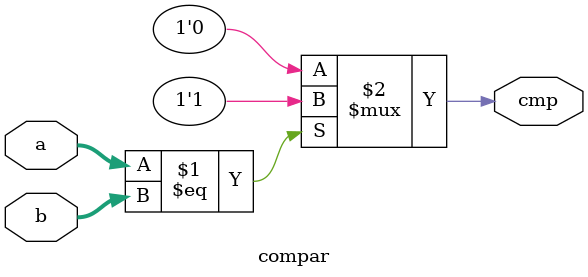
<source format=v>
module compar #(parameter W = 32)
(input [W-1:0]  a, 
 input [W-1:0] b, 
 output cmp);

   assign cmp = (a == b) ?  1'b1 : 1'b0;

endmodule

</source>
